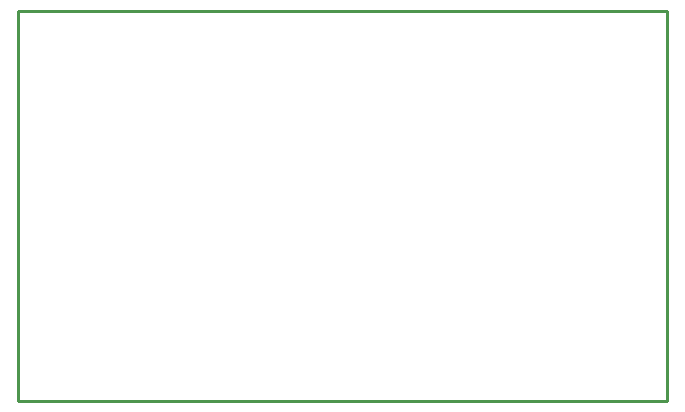
<source format=gko>
%FSDAX24Y24*%
%MOIN*%
%SFA1B1*%

%IPPOS*%
%ADD13C,0.010000*%
%LNde-180824-1*%
%LPD*%
G54D13*
X021653Y000000D02*
Y012992D01*
X000000Y000000D02*
Y012992D01*
X021653*
X000000Y000000D02*
X021653D01*
M02*
</source>
